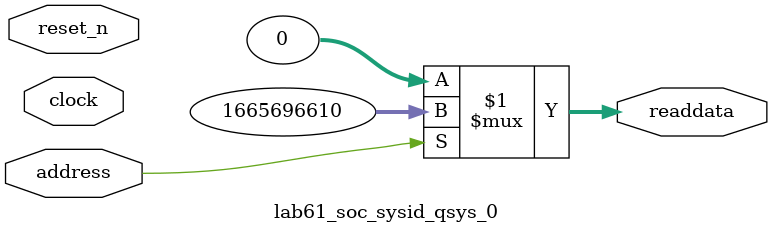
<source format=v>



// synthesis translate_off
`timescale 1ns / 1ps
// synthesis translate_on

// turn off superfluous verilog processor warnings 
// altera message_level Level1 
// altera message_off 10034 10035 10036 10037 10230 10240 10030 

module lab61_soc_sysid_qsys_0 (
               // inputs:
                address,
                clock,
                reset_n,

               // outputs:
                readdata
             )
;

  output  [ 31: 0] readdata;
  input            address;
  input            clock;
  input            reset_n;

  wire    [ 31: 0] readdata;
  //control_slave, which is an e_avalon_slave
  assign readdata = address ? 1665696610 : 0;

endmodule



</source>
